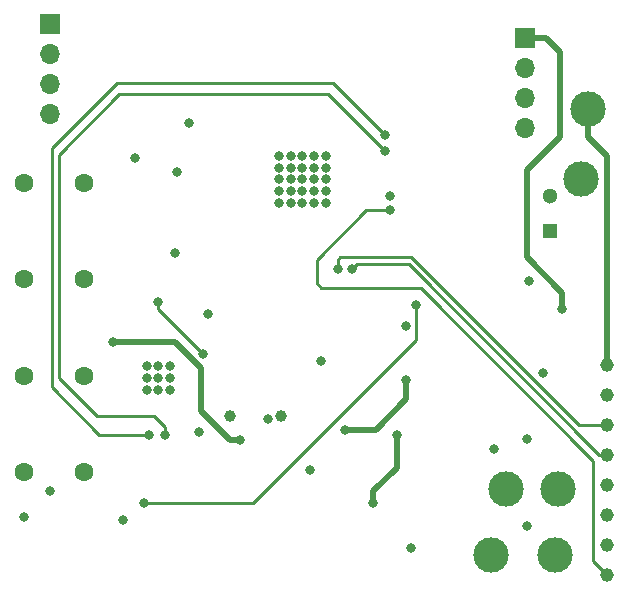
<source format=gbr>
%TF.GenerationSoftware,KiCad,Pcbnew,(5.1.10)-1*%
%TF.CreationDate,2022-02-13T15:16:36-05:00*%
%TF.ProjectId,wristband,77726973-7462-4616-9e64-2e6b69636164,rev?*%
%TF.SameCoordinates,Original*%
%TF.FileFunction,Copper,L2,Inr*%
%TF.FilePolarity,Positive*%
%FSLAX46Y46*%
G04 Gerber Fmt 4.6, Leading zero omitted, Abs format (unit mm)*
G04 Created by KiCad (PCBNEW (5.1.10)-1) date 2022-02-13 15:16:36*
%MOMM*%
%LPD*%
G01*
G04 APERTURE LIST*
%TA.AperFunction,ComponentPad*%
%ADD10C,3.000000*%
%TD*%
%TA.AperFunction,ComponentPad*%
%ADD11C,1.000000*%
%TD*%
%TA.AperFunction,ComponentPad*%
%ADD12C,1.150000*%
%TD*%
%TA.AperFunction,ComponentPad*%
%ADD13O,1.700000X1.700000*%
%TD*%
%TA.AperFunction,ComponentPad*%
%ADD14R,1.700000X1.700000*%
%TD*%
%TA.AperFunction,ComponentPad*%
%ADD15C,1.300000*%
%TD*%
%TA.AperFunction,ComponentPad*%
%ADD16R,1.200000X1.200000*%
%TD*%
%TA.AperFunction,ComponentPad*%
%ADD17C,1.600000*%
%TD*%
%TA.AperFunction,ViaPad*%
%ADD18C,0.800000*%
%TD*%
%TA.AperFunction,Conductor*%
%ADD19C,0.500000*%
%TD*%
%TA.AperFunction,Conductor*%
%ADD20C,0.250000*%
%TD*%
G04 APERTURE END LIST*
D10*
%TO.N,+3V3*%
%TO.C,TP6*%
X135000000Y-75000000D03*
%TD*%
%TO.N,-BATT*%
%TO.C,TP5*%
X126800000Y-112800000D03*
%TD*%
%TO.N,+BATT*%
%TO.C,TP4*%
X132400000Y-107200000D03*
%TD*%
%TO.N,+1V8*%
%TO.C,TP3*%
X132200000Y-112800000D03*
%TD*%
%TO.N,BATT_OUT*%
%TO.C,TP2*%
X128000000Y-107200000D03*
%TD*%
%TO.N,GND*%
%TO.C,TP1*%
X134400000Y-81000000D03*
%TD*%
D11*
%TO.N,N/C*%
%TO.C,P1*%
X109000000Y-101000000D03*
X104700000Y-101000000D03*
%TD*%
D12*
%TO.N,SCL*%
%TO.C,U9*%
X136600000Y-104330000D03*
%TO.N,SDA*%
X136600000Y-101790000D03*
%TO.N,GND*%
X136600000Y-99250000D03*
%TO.N,+3V3*%
X136600000Y-96710000D03*
%TO.N,N/C*%
X136600000Y-106870000D03*
X136600000Y-109410000D03*
X136600000Y-111950000D03*
%TO.N,ACC_INT*%
X136600000Y-114490000D03*
%TD*%
D13*
%TO.N,GND*%
%TO.C,J3*%
X129600000Y-76620000D03*
%TO.N,SCL*%
X129600000Y-74080000D03*
%TO.N,SDA*%
X129600000Y-71540000D03*
D14*
%TO.N,+1V8*%
X129600000Y-69000000D03*
%TD*%
D13*
%TO.N,HLTH_INT*%
%TO.C,J2*%
X89400000Y-75480000D03*
%TO.N,N/C*%
X89400000Y-72940000D03*
X89400000Y-70400000D03*
D14*
%TO.N,GND*%
X89400000Y-67860000D03*
%TD*%
D15*
%TO.N,-BATT*%
%TO.C,BT1*%
X131800000Y-82400000D03*
D16*
%TO.N,Net-(BT1-Pad1)*%
X131800000Y-85400000D03*
%TD*%
D17*
%TO.N,GND*%
%TO.C,SW1*%
X87260000Y-89400000D03*
%TO.N,PB_2*%
X92340000Y-89400000D03*
%TD*%
%TO.N,PB_3*%
%TO.C,SW2*%
X92340000Y-97600000D03*
%TO.N,GND*%
X87260000Y-97600000D03*
%TD*%
%TO.N,GND*%
%TO.C,SW3*%
X87260000Y-81300000D03*
%TO.N,PB_1*%
X92340000Y-81300000D03*
%TD*%
%TO.N,IO_0*%
%TO.C,SW4*%
X92340000Y-105800000D03*
%TO.N,GND*%
X87260000Y-105800000D03*
%TD*%
D18*
%TO.N,+BATT*%
X114400000Y-102200000D03*
X119600000Y-98000000D03*
X130000000Y-89600000D03*
%TO.N,-BATT*%
X116800000Y-108400000D03*
X118800000Y-102600000D03*
%TO.N,+3V3*%
X100000000Y-87200000D03*
X112400000Y-96400000D03*
X87200000Y-109600000D03*
X96600000Y-79200000D03*
%TO.N,GND*%
X127000000Y-103800000D03*
X129800000Y-103000000D03*
X95600000Y-109800000D03*
X111400000Y-105600000D03*
X98600000Y-98800000D03*
X99600000Y-98800000D03*
X97600000Y-98800000D03*
X98600000Y-97800000D03*
X99600000Y-97800000D03*
X97600000Y-97800000D03*
X108800000Y-83000000D03*
X109800000Y-83000000D03*
X110800000Y-83000000D03*
X111800000Y-83000000D03*
X112800000Y-83000000D03*
X108800000Y-82000000D03*
X109800000Y-82000000D03*
X110800000Y-82000000D03*
X111800000Y-82000000D03*
X112800000Y-82000000D03*
X108800000Y-81000000D03*
X109800000Y-81000000D03*
X110800000Y-81000000D03*
X111800000Y-81000000D03*
X112800000Y-81000000D03*
X108800000Y-80000000D03*
X109800000Y-80000000D03*
X110800000Y-80000000D03*
X111800000Y-80000000D03*
X112800000Y-80000000D03*
X112800000Y-79000000D03*
X111800000Y-79000000D03*
X110800000Y-79000000D03*
X109800000Y-79000000D03*
X108800000Y-79000000D03*
X97600000Y-96800000D03*
X98600000Y-96800000D03*
X99600000Y-96800000D03*
X102800000Y-92400000D03*
X120000000Y-112200000D03*
X131200000Y-97400000D03*
X119600000Y-93400000D03*
X107900000Y-101300000D03*
X102000000Y-102400000D03*
X100200000Y-80400000D03*
X129800000Y-110300000D03*
%TO.N,+1V8*%
X132800000Y-92000000D03*
%TO.N,IO_0*%
X120400000Y-91600000D03*
X97400000Y-108400000D03*
%TO.N,/BMS/VBUS*%
X94800000Y-94800000D03*
X105550000Y-103050000D03*
%TO.N,HLTH_INT*%
X118200000Y-82400000D03*
%TO.N,SDA*%
X113800000Y-88600000D03*
%TO.N,SCL*%
X115000000Y-88600000D03*
%TO.N,ACC_INT*%
X118200000Y-83600000D03*
%TO.N,EN*%
X89400000Y-107400000D03*
X101200000Y-76200000D03*
%TO.N,Net-(R2-Pad1)*%
X98600000Y-91400000D03*
X102400000Y-95800000D03*
%TO.N,TXD*%
X99200000Y-102600000D03*
X117800000Y-78600000D03*
%TO.N,RXD*%
X97800000Y-102600000D03*
X117800000Y-77200000D03*
%TD*%
D19*
%TO.N,+BATT*%
X114400000Y-102200000D02*
X117000000Y-102200000D01*
X119600000Y-99600000D02*
X119600000Y-98000000D01*
X117000000Y-102200000D02*
X119600000Y-99600000D01*
%TO.N,-BATT*%
X116800000Y-108400000D02*
X116800000Y-107400000D01*
X118800000Y-105400000D02*
X118800000Y-102600000D01*
X116800000Y-107400000D02*
X118800000Y-105400000D01*
%TO.N,+3V3*%
X135000000Y-75000000D02*
X135000000Y-77400000D01*
X136600000Y-79000000D02*
X136600000Y-96710000D01*
X135000000Y-77400000D02*
X136600000Y-79000000D01*
%TO.N,+1V8*%
X132800000Y-92000000D02*
X132800000Y-90600000D01*
X132800000Y-90600000D02*
X129800000Y-87600000D01*
X129800000Y-87600000D02*
X129800000Y-80200000D01*
X129800000Y-80200000D02*
X132600000Y-77400000D01*
X132600000Y-77400000D02*
X132600000Y-70200000D01*
X131400000Y-69000000D02*
X129600000Y-69000000D01*
X132600000Y-70200000D02*
X131400000Y-69000000D01*
D20*
%TO.N,IO_0*%
X120400000Y-91600000D02*
X120400000Y-94600000D01*
X106600000Y-108400000D02*
X97400000Y-108400000D01*
X120400000Y-94600000D02*
X106600000Y-108400000D01*
D19*
%TO.N,/BMS/VBUS*%
X102200000Y-97000000D02*
X100000000Y-94800000D01*
X100000000Y-94800000D02*
X94800000Y-94800000D01*
X102200000Y-97000000D02*
X102200000Y-100600000D01*
X104650000Y-103050000D02*
X105550000Y-103050000D01*
X102200000Y-100600000D02*
X104650000Y-103050000D01*
D20*
%TO.N,SDA*%
X113800000Y-87800000D02*
X114000000Y-87600000D01*
X114000000Y-87600000D02*
X120000000Y-87600000D01*
X134190000Y-101790000D02*
X136600000Y-101790000D01*
X120000000Y-87600000D02*
X134190000Y-101790000D01*
X113800000Y-88600000D02*
X113800000Y-87800000D01*
%TO.N,SCL*%
X136600000Y-104330000D02*
X135930000Y-104330000D01*
X135930000Y-104330000D02*
X119800000Y-88200000D01*
X115399999Y-88200001D02*
X115000000Y-88600000D01*
X119800000Y-88200000D02*
X115399999Y-88200001D01*
%TO.N,ACC_INT*%
X135400000Y-113290000D02*
X136600000Y-114490000D01*
X135400000Y-104800000D02*
X135400000Y-113290000D01*
X120800000Y-90200000D02*
X135400000Y-104800000D01*
X112400000Y-90200000D02*
X120800000Y-90200000D01*
X112000000Y-89800000D02*
X112400000Y-90200000D01*
X112000000Y-87800000D02*
X112000000Y-89800000D01*
X116200000Y-83600000D02*
X112000000Y-87800000D01*
X118200000Y-83600000D02*
X116200000Y-83600000D01*
%TO.N,Net-(R2-Pad1)*%
X98600000Y-92000000D02*
X102400000Y-95800000D01*
X98600000Y-91400000D02*
X98600000Y-92000000D01*
%TO.N,TXD*%
X113000000Y-73800000D02*
X117800000Y-78600000D01*
X95300000Y-73800000D02*
X113000000Y-73800000D01*
X90200000Y-97800000D02*
X90200000Y-78900000D01*
X90200000Y-78900000D02*
X95300000Y-73800000D01*
X93400000Y-101000000D02*
X90200000Y-97800000D01*
X98200000Y-101000000D02*
X93400000Y-101000000D01*
X99200000Y-102000000D02*
X98200000Y-101000000D01*
X99200000Y-102600000D02*
X99200000Y-102000000D01*
%TO.N,RXD*%
X113400000Y-72800000D02*
X117800000Y-77200000D01*
X89600000Y-78300000D02*
X95100000Y-72800000D01*
X95100000Y-72800000D02*
X113400000Y-72800000D01*
X89600000Y-98600000D02*
X89600000Y-78300000D01*
X93600000Y-102600000D02*
X89600000Y-98600000D01*
X97800000Y-102600000D02*
X93600000Y-102600000D01*
%TD*%
M02*

</source>
